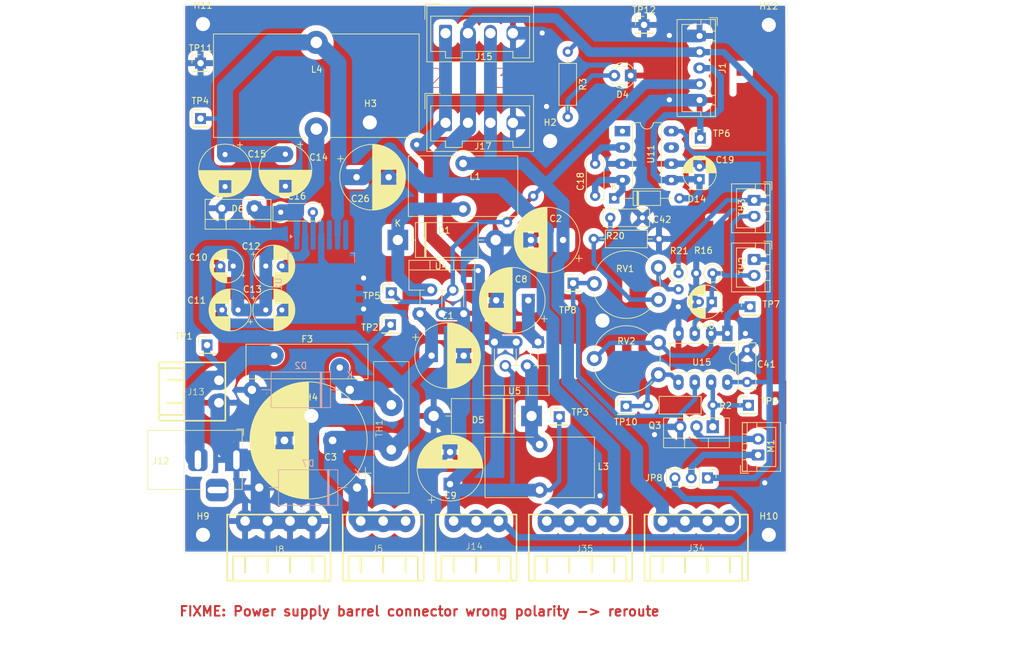
<source format=kicad_pcb>
(kicad_pcb
	(version 20240108)
	(generator "pcbnew")
	(generator_version "8.0")
	(general
		(thickness 1.6)
		(legacy_teardrops no)
	)
	(paper "A4")
	(layers
		(0 "F.Cu" signal)
		(1 "In1.Cu" signal)
		(2 "In2.Cu" signal)
		(31 "B.Cu" signal)
		(32 "B.Adhes" user "B.Adhesive")
		(33 "F.Adhes" user "F.Adhesive")
		(34 "B.Paste" user)
		(35 "F.Paste" user)
		(36 "B.SilkS" user "B.Silkscreen")
		(37 "F.SilkS" user "F.Silkscreen")
		(38 "B.Mask" user)
		(39 "F.Mask" user)
		(40 "Dwgs.User" user "User.Drawings")
		(41 "Cmts.User" user "User.Comments")
		(42 "Eco1.User" user "User.Eco1")
		(43 "Eco2.User" user "User.Eco2")
		(44 "Edge.Cuts" user)
		(45 "Margin" user)
		(46 "B.CrtYd" user "B.Courtyard")
		(47 "F.CrtYd" user "F.Courtyard")
		(48 "B.Fab" user)
		(49 "F.Fab" user)
		(50 "User.1" user)
		(51 "User.2" user)
		(52 "User.3" user)
		(53 "User.4" user)
		(54 "User.5" user)
		(55 "User.6" user)
		(56 "User.7" user)
		(57 "User.8" user)
		(58 "User.9" user)
	)
	(setup
		(stackup
			(layer "F.SilkS"
				(type "Top Silk Screen")
			)
			(layer "F.Paste"
				(type "Top Solder Paste")
			)
			(layer "F.Mask"
				(type "Top Solder Mask")
				(thickness 0.01)
			)
			(layer "F.Cu"
				(type "copper")
				(thickness 0.035)
			)
			(layer "dielectric 1"
				(type "prepreg")
				(thickness 0.1)
				(material "FR4")
				(epsilon_r 4.5)
				(loss_tangent 0.02)
			)
			(layer "In1.Cu"
				(type "copper")
				(thickness 0.035)
			)
			(layer "dielectric 2"
				(type "core")
				(thickness 1.24)
				(material "FR4")
				(epsilon_r 4.5)
				(loss_tangent 0.02)
			)
			(layer "In2.Cu"
				(type "copper")
				(thickness 0.035)
			)
			(layer "dielectric 3"
				(type "prepreg")
				(thickness 0.1)
				(material "FR4")
				(epsilon_r 4.5)
				(loss_tangent 0.02)
			)
			(layer "B.Cu"
				(type "copper")
				(thickness 0.035)
			)
			(layer "B.Mask"
				(type "Bottom Solder Mask")
				(thickness 0.01)
			)
			(layer "B.Paste"
				(type "Bottom Solder Paste")
			)
			(layer "B.SilkS"
				(type "Bottom Silk Screen")
				(color "Red")
			)
			(copper_finish "None")
			(dielectric_constraints no)
		)
		(pad_to_mask_clearance 0)
		(allow_soldermask_bridges_in_footprints no)
		(pcbplotparams
			(layerselection 0x0001000_fffffff9)
			(plot_on_all_layers_selection 0x0000000_00000000)
			(disableapertmacros no)
			(usegerberextensions no)
			(usegerberattributes no)
			(usegerberadvancedattributes yes)
			(creategerberjobfile no)
			(dashed_line_dash_ratio 12.000000)
			(dashed_line_gap_ratio 3.000000)
			(svgprecision 4)
			(plotframeref no)
			(viasonmask no)
			(mode 1)
			(useauxorigin no)
			(hpglpennumber 1)
			(hpglpenspeed 20)
			(hpglpendiameter 15.000000)
			(pdf_front_fp_property_popups yes)
			(pdf_back_fp_property_popups yes)
			(dxfpolygonmode yes)
			(dxfimperialunits yes)
			(dxfusepcbnewfont yes)
			(psnegative no)
			(psa4output no)
			(plotreference no)
			(plotvalue no)
			(plotfptext no)
			(plotinvisibletext no)
			(sketchpadsonfab no)
			(subtractmaskfromsilk no)
			(outputformat 1)
			(mirror no)
			(drillshape 0)
			(scaleselection 1)
			(outputdirectory "export/")
		)
	)
	(net 0 "")
	(net 1 "+5V")
	(net 2 "+24V filtered")
	(net 3 "GND")
	(net 4 "+3V3")
	(net 5 "+12V")
	(net 6 "Net-(D6-K)")
	(net 7 "Net-(U1-BOOT)")
	(net 8 "Net-(U11-CAP+)")
	(net 9 "Net-(D14-K)")
	(net 10 "-5V")
	(net 11 "Net-(D1-K)")
	(net 12 "Net-(D2-K)")
	(net 13 "Net-(D5-K)")
	(net 14 "+BATT")
	(net 15 "unconnected-(U1-EN-Pad7)")
	(net 16 "unconnected-(U1-NC-Pad5)")
	(net 17 "unconnected-(U11-OSC-Pad7)")
	(net 18 "unconnected-(U11-NC-Pad1)")
	(net 19 "Net-(U15A-+)")
	(net 20 "Net-(C42-Pad2)")
	(net 21 "Net-(JP8-C)")
	(net 22 "Net-(M1--)")
	(net 23 "Net-(Q3-G)")
	(net 24 "Net-(U15B-+)")
	(net 25 "Net-(R21-Pad2)")
	(net 26 "Net-(U15B--)")
	(net 27 "Net-(U15A--)")
	(net 28 "Net-(D4-A)")
	(footprint "Capacitor_THT:CP_Radial_D10.0mm_P5.00mm" (layer "F.Cu") (at 129.286 109.061993 90))
	(footprint "Capacitor_THT:CP_Radial_D10.0mm_P5.00mm" (layer "F.Cu") (at 126.410323 89.040962))
	(footprint "Diode_THT:D_DO-201AD_P15.24mm_Horizontal" (layer "F.Cu") (at 141.986 98.438962 180))
	(footprint "Potentiometer_THT:Potentiometer_Piher_PT-10-V10_Vertical" (layer "F.Cu") (at 161.757499 75.306462 180))
	(footprint "Connector_JST:JST_XH_B2B-XH-A_1x02_P2.50mm_Vertical" (layer "F.Cu") (at 177.275 104.514962 90))
	(footprint "Connector_PinHeader_2.54mm:PinHeader_1x01_P2.54mm_Vertical" (layer "F.Cu") (at 90.424 52.07))
	(footprint "Potentiometer_THT:Potentiometer_Piher_PT-10-V10_Vertical" (layer "F.Cu") (at 161.757499 86.990462 180))
	(footprint "Capacitor_THT:C_Disc_D6.0mm_W2.5mm_P5.00mm" (layer "F.Cu") (at 151.892 59.123888 -90))
	(footprint "Package_TO_SOT_THT:TO-220-5_P3.4x3.7mm_StaggerOdd_Lead3.8mm_Vertical" (layer "F.Cu") (at 124.616 82.489962))
	(footprint "Connector_PinHeader_2.54mm:PinHeader_1x01_P2.54mm_Vertical" (layer "F.Cu") (at 90.424 43.434))
	(footprint "Resistor_THT:R_Axial_DIN0207_L6.3mm_D2.5mm_P2.54mm_Vertical" (layer "F.Cu") (at 170.18 76.2 180))
	(footprint "Package_TO_SOT_THT:TO-220-3_Vertical" (layer "F.Cu") (at 170.219499 100.125462 180))
	(footprint "Connector_PinHeader_2.54mm:PinHeader_1x01_P2.54mm_Vertical" (layer "F.Cu") (at 176.022 81.407))
	(footprint "Capacitor_THT:CP_Radial_D6.3mm_P2.50mm" (layer "F.Cu") (at 100.592664 75.064811))
	(footprint "custom-footprints1:MountingHole_2.2mm_NPTH-with-pad" (layer "F.Cu") (at 178.943 37.465))
	(footprint "Package_DIP:DIP-8_W7.62mm_LongPads" (layer "F.Cu") (at 172.495499 85.561462 -90))
	(footprint "Resistor_THT:R_Axial_DIN0207_L6.3mm_D2.5mm_P10.16mm_Horizontal" (layer "F.Cu") (at 147.6248 41.656 -90))
	(footprint "custom-footprints1:MountingHole_2.2mm_NPTH-with-pad" (layer "F.Cu") (at 90.805 116.967))
	(footprint "custom-footprints1:WAGO 734-164 Print-Stiftleiste, Mini, RM 3,5, gewinkelt, 4-polig" (layer "F.Cu") (at 97.366 114.808))
	(footprint "Connector_PinHeader_2.54mm:PinHeader_1x01_P2.54mm_Vertical" (layer "F.Cu") (at 91.44 87.376))
	(footprint "Capacitor_THT:CP_Radial_D18.0mm_P7.50mm"
		(layer "F.Cu")
		(uuid "3e12b180-088b-46cd-b5c6-9617c716b1a6")
		(at 110.998 102.248962 180)
		(descr "CP, Radial series, Radial, pin pitch=7.50mm, , diameter=18mm, Electrolytic Capacitor")
		(tags "CP Radial series Radial pin pitch 7.50mm  diameter 18mm Electrolytic Capacitor")
		(property "Reference" "C3"
			(at 0.3048 -2.602238 0)
			(layer "F.SilkS")
			(uuid "c0dbac4b-d18d-44e0-abe6-6b3f876fe509")
			(effects
				(font
					(size 1 1)
					(thickness 0.15)
				)
			)
		)
		(property "Value" "2200uf"
			(at -0.6096 2.579362 0)
			(layer "F.Fab")
			(uuid "1f7d7bb5-f802-471e-8ae7-4e1a80563b95")
			(effects
				(font
					(size 1 1)
					(thickness 0.15)
				)
			)
		)
		(property "Footprint" "Capacitor_THT:CP_Radial_D18.0mm_P7.50mm"
			(at 0 0 180)
			(unlocked yes)
			(layer "F.Fab")
			(hide yes)
			(uuid "cd037e7c-88f5-4614-9539-47ece2e39e2f")
			(effects
				(font
					(size 1.27 1.27)
					(thickness 0.15)
				)
			)
		)
		(property "Datasheet" "https://www.reichelt.com/be/en/shop/product/elko_2200_f_35_v_105_c-166415"
			(at 0 0 180)
			(unlocked yes)
			(layer "F.Fab")
			(hide yes)
			(uuid "09c9c45c-cd56-4403-bd81-cc88382ef4e9")
			(effects
				(font
					(size 1.27 1.27)
					(thickness 0.15)
				)
			)
		)
		(property "Description" "Polarized capacitor"
			(at 0 0 180)
			(unlocked yes)
			(layer "F.Fab")
			(hide yes)
			(uuid "114210ba-bd57-4105-96f8-5187314aacb0")
			(effects
				(font
					(size 1.27 1.27)
					(thickness 0.15)
				)
			)
		)
		(property ki_fp_filters "CP_*")
		(path "/16680157-dcc5-42d4-8ccc-a59b4c4006fd")
		(sheetname "Root")
		(sheetfile "power-supply-board_v1.0.kicad_sch")
		(attr through_hole)
		(fp_line
			(start 12.87 -0.04)
			(end 12.87 0.04)
			(stroke
				(width 0.12)
				(type solid)
			)
			(layer "F.SilkS")
			(uuid "87732204-ffd3-4010-92fe-e84d597261db")
		)
		(fp_line
			(start 12.83 -0.814)
			(end 12.83 0.814)
			(stroke
				(width 0.12)
				(type solid)
			)
			(layer "F.SilkS")
			(uuid "18f893c9-7fff-4554-a0a6-9513f8452e28")
		)
		(fp_line
			(start 12.79 -1.166)
			(end 12.79 1.166)
			(stroke
				(width 0.12)
				(type solid)
			)
			(layer "F.SilkS")
			(uuid "2b52467b-0cfb-4412-b0ac-068e45849888")
		)
		(fp_line
			(start 12.75 -1.435)
			(end 12.75 1.435)
			(stroke
				(width 0.12)
				(type solid)
			)
			(layer "F.SilkS")
			(uuid "34e20984-e432-4254-860c-82b93de5475e")
		)
		(fp_line
			(start 12.71 -1.661)
			(end 12.71 1.661)
			(stroke
				(width 0.12)
				(type solid)
			)
			(layer "F.SilkS")
			(uuid "9e5473ed-98ba-43aa-9d6a-8eaabc33a9dc")
		)
		(fp_line
			(start 12.67 -1.86)
			(end 12.67 1.86)
			(stroke
				(width 0.12)
				(type solid)
			)
			(layer "F.SilkS")
			(uuid "08c8f39a-99ff-4afd-b845-1d83a6340213")
		)
		(fp_line
			(start 12.63 -2.039)
			(end 12.63 2.039)
			(stroke
				(width 0.12)
				(type solid)
			)
			(layer "F.SilkS")
			(uuid "d5eaf986-9534-4524-ad49-665dbecfec0f")
		)
		(fp_line
			(start 12.59 -2.203)
			(end 12.59 2.203)
			(stroke
				(width 0.12)
				(type solid)
			)
			(layer "F.SilkS")
			(uuid "5cf0b090-f6b4-43c7-a6ce-0f71cd8210ee")
		)
		(fp_line
			(start 12.55 -2.355)
			(end 12.55 2.355)
			(stroke
				(width 0.12)
				(type solid)
			)
			(layer "F.SilkS")
			(uuid "8e66bac3-0b2f-40ec-8c73-97c7d6b2f138")
		)
		(fp_line
			(start 12.51 -2.498)
			(end 12.51 2.498)
			(stroke
				(width 0.12)
				(type solid)
			)
			(layer "F.SilkS")
			(uuid "66bbea31-836a-4c65-9a2d-0d3a29f8dc12")
		)
		(fp_line
			(start 12.47 -2.632)
			(end 12.47 2.632)
			(stroke
				(width 0.12)
				(type solid)
			)
			(layer "F.SilkS")
			(uuid "633c10e5-f6ae-42eb-b5a5-18a2e88ec3af")
		)
		(fp_line
			(start 12.43 -2.759)
			(end 12.43 2.759)
			(stroke
				(width 0.12)
				(type solid)
			)
			(layer "F.SilkS")
			(uuid "5c14d289-cf82-40f2-ae41-fa734da4dc2a")
		)
		(fp_line
			(start 12.39 -2.88)
			(end 12.39 2.88)
			(stroke
				(width 0.12)
				(type solid)
			)
			(layer "F.SilkS")
			(uuid "92d777da-31b2-4188-88bd-b48da7e6abd8")
		)
		(fp_line
			(start 12.35 -2.996)
			(end 12.35 2.996)
			(stroke
				(width 0.12)
				(type solid)
			)
			(layer "F.SilkS")
			(uuid "107af9bb-841b-4c31-9fac-3060a5bfa1b6")
		)
		(fp_line
			(start 12.31 -3.107)
			(end 12.31 3.107)
			(stroke
				(width 0.12)
				(type solid)
			)
			(layer "F.SilkS")
			(uuid "9396642f-f979-4d78-bd91-7a436359d103")
		)
		(fp_line
			(start 12.27 -3.214)
			(end 12.27 3.214)
			(stroke
				(width 0.12)
				(type solid)
			)
			(layer "F.SilkS")
			(uuid "7a28f269-c130-4a30-a607-7c6287357369")
		)
		(fp_line
			(start 12.23 -3.317)
			(end 12.23 3.317)
			(stroke
				(width 0.12)
				(type solid)
			)
			(layer "F.SilkS")
		
... [1198860 chars truncated]
</source>
